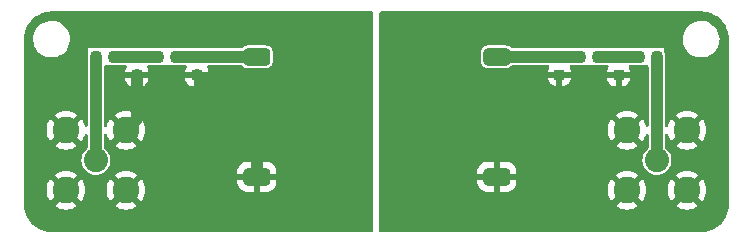
<source format=gbr>
%TF.GenerationSoftware,KiCad,Pcbnew,6.0.10*%
%TF.CreationDate,2023-05-25T16:41:47+02:00*%
%TF.ProjectId,saw_carrier,7361775f-6361-4727-9269-65722e6b6963,rev?*%
%TF.SameCoordinates,Original*%
%TF.FileFunction,Copper,L1,Top*%
%TF.FilePolarity,Positive*%
%FSLAX46Y46*%
G04 Gerber Fmt 4.6, Leading zero omitted, Abs format (unit mm)*
G04 Created by KiCad (PCBNEW 6.0.10) date 2023-05-25 16:41:47*
%MOMM*%
%LPD*%
G01*
G04 APERTURE LIST*
G04 Aperture macros list*
%AMRoundRect*
0 Rectangle with rounded corners*
0 $1 Rounding radius*
0 $2 $3 $4 $5 $6 $7 $8 $9 X,Y pos of 4 corners*
0 Add a 4 corners polygon primitive as box body*
4,1,4,$2,$3,$4,$5,$6,$7,$8,$9,$2,$3,0*
0 Add four circle primitives for the rounded corners*
1,1,$1+$1,$2,$3*
1,1,$1+$1,$4,$5*
1,1,$1+$1,$6,$7*
1,1,$1+$1,$8,$9*
0 Add four rect primitives between the rounded corners*
20,1,$1+$1,$2,$3,$4,$5,0*
20,1,$1+$1,$4,$5,$6,$7,0*
20,1,$1+$1,$6,$7,$8,$9,0*
20,1,$1+$1,$8,$9,$2,$3,0*%
G04 Aperture macros list end*
%TA.AperFunction,SMDPad,CuDef*%
%ADD10RoundRect,0.381000X-0.762000X-0.381000X0.762000X-0.381000X0.762000X0.381000X-0.762000X0.381000X0*%
%TD*%
%TA.AperFunction,SMDPad,CuDef*%
%ADD11RoundRect,0.225000X-0.225000X-0.250000X0.225000X-0.250000X0.225000X0.250000X-0.225000X0.250000X0*%
%TD*%
%TA.AperFunction,ComponentPad*%
%ADD12C,2.250000*%
%TD*%
%TA.AperFunction,ComponentPad*%
%ADD13C,2.050000*%
%TD*%
%TA.AperFunction,SMDPad,CuDef*%
%ADD14RoundRect,0.225000X0.250000X-0.225000X0.250000X0.225000X-0.250000X0.225000X-0.250000X-0.225000X0*%
%TD*%
%TA.AperFunction,ViaPad*%
%ADD15C,0.800000*%
%TD*%
%TA.AperFunction,Conductor*%
%ADD16C,1.000000*%
%TD*%
G04 APERTURE END LIST*
D10*
%TO.P,U1,1,IN*%
%TO.N,/IN_0*%
X111125000Y-102235000D03*
%TO.P,U1,2,GND1*%
%TO.N,GND1*%
X111125000Y-112395000D03*
%TO.P,U1,3,OUT*%
%TO.N,/OUT_0*%
X131445000Y-102235000D03*
%TO.P,U1,4,GND2*%
%TO.N,GND2*%
X131445000Y-112395000D03*
%TD*%
D11*
%TO.P,C3,1*%
%TO.N,/IN_1*%
X102730000Y-102250962D03*
%TO.P,C3,2*%
%TO.N,/IN_0*%
X104280000Y-102250962D03*
%TD*%
%TO.P,C11,2*%
%TO.N,/OUT_2*%
X145000000Y-102235000D03*
%TO.P,C11,1*%
%TO.N,/OUT_1*%
X143450000Y-102235000D03*
%TD*%
D12*
%TO.P,J2,2,Ext*%
%TO.N,GND2*%
X142460000Y-113540000D03*
X147540000Y-108460000D03*
X142460000Y-108460000D03*
X147540000Y-113540000D03*
D13*
%TO.P,J2,1,In*%
%TO.N,/OUT_2*%
X145000000Y-111000000D03*
%TD*%
D11*
%TO.P,C9,1*%
%TO.N,/OUT_0*%
X138500000Y-102250000D03*
%TO.P,C9,2*%
%TO.N,/OUT_1*%
X140050000Y-102250000D03*
%TD*%
%TO.P,C1,1*%
%TO.N,/IN_2*%
X97500000Y-102250000D03*
%TO.P,C1,2*%
%TO.N,/IN_1*%
X99050000Y-102250000D03*
%TD*%
D14*
%TO.P,C8,1*%
%TO.N,GND2*%
X136750000Y-103775000D03*
%TO.P,C8,2*%
%TO.N,/OUT_0*%
X136750000Y-102225000D03*
%TD*%
%TO.P,C4,2*%
%TO.N,/IN_0*%
X106045000Y-102235000D03*
%TO.P,C4,1*%
%TO.N,GND1*%
X106045000Y-103785000D03*
%TD*%
D13*
%TO.P,J1,1,In*%
%TO.N,/IN_2*%
X97500000Y-111000000D03*
D12*
%TO.P,J1,2,Ext*%
%TO.N,GND1*%
X100040000Y-113540000D03*
X100040000Y-108460000D03*
X94960000Y-108460000D03*
X94960000Y-113540000D03*
%TD*%
D14*
%TO.P,C2,1*%
%TO.N,GND1*%
X100965000Y-103785000D03*
%TO.P,C2,2*%
%TO.N,/IN_1*%
X100965000Y-102235000D03*
%TD*%
%TO.P,C10,2*%
%TO.N,/OUT_1*%
X141750000Y-102235000D03*
%TO.P,C10,1*%
%TO.N,GND2*%
X141750000Y-103785000D03*
%TD*%
D15*
%TO.N,GND2*%
X135500000Y-103750000D03*
X136750000Y-105000000D03*
X138000000Y-103750000D03*
X140500000Y-103750000D03*
X141750000Y-105000000D03*
X143000000Y-103750000D03*
%TD*%
D16*
%TO.N,GND1*%
X100965000Y-103785000D02*
X100965000Y-107535000D01*
X100965000Y-107535000D02*
X100040000Y-108460000D01*
X106045000Y-103785000D02*
X111125000Y-108865000D01*
X111125000Y-108865000D02*
X111125000Y-112395000D01*
%TO.N,/IN_0*%
X106045000Y-102235000D02*
X111125000Y-102235000D01*
X104280000Y-102250962D02*
X106029038Y-102250962D01*
X106029038Y-102250962D02*
X106045000Y-102235000D01*
%TO.N,/IN_1*%
X100965000Y-102235000D02*
X99065000Y-102235000D01*
X99065000Y-102235000D02*
X99050000Y-102250000D01*
X102730000Y-102250962D02*
X100980962Y-102250962D01*
X100980962Y-102250962D02*
X100965000Y-102235000D01*
%TO.N,/OUT_0*%
X136750000Y-102225000D02*
X131455000Y-102225000D01*
X131455000Y-102225000D02*
X131445000Y-102235000D01*
X138500000Y-102250000D02*
X136775000Y-102250000D01*
X136775000Y-102250000D02*
X136750000Y-102225000D01*
%TO.N,/OUT_1*%
X141750000Y-102235000D02*
X140065000Y-102235000D01*
X140065000Y-102235000D02*
X140050000Y-102250000D01*
X143450000Y-102235000D02*
X141750000Y-102235000D01*
%TO.N,/OUT_2*%
X145000000Y-111000000D02*
X145000000Y-102235000D01*
%TO.N,/IN_2*%
X97500000Y-110871000D02*
X97500000Y-102250000D01*
%TD*%
%TA.AperFunction,Conductor*%
%TO.N,GND1*%
G36*
X120942121Y-98420502D02*
G01*
X120988614Y-98474158D01*
X121000000Y-98526500D01*
X121000000Y-116973500D01*
X120979998Y-117041621D01*
X120926342Y-117088114D01*
X120874000Y-117099500D01*
X93791436Y-117099500D01*
X93771726Y-117097949D01*
X93759793Y-117096059D01*
X93750000Y-117094508D01*
X93740206Y-117096059D01*
X93738911Y-117096059D01*
X93713462Y-117097289D01*
X93474406Y-117082829D01*
X93459302Y-117080995D01*
X93195226Y-117032602D01*
X93180453Y-117028961D01*
X93164736Y-117024063D01*
X92924125Y-116949086D01*
X92909907Y-116943694D01*
X92665084Y-116833507D01*
X92651614Y-116826438D01*
X92421854Y-116687543D01*
X92409332Y-116678900D01*
X92197987Y-116513322D01*
X92186599Y-116503232D01*
X91996768Y-116313401D01*
X91986678Y-116302013D01*
X91821100Y-116090668D01*
X91812457Y-116078146D01*
X91673562Y-115848386D01*
X91666491Y-115834913D01*
X91556306Y-115590093D01*
X91550912Y-115575870D01*
X91471039Y-115319547D01*
X91467398Y-115304774D01*
X91419005Y-115040698D01*
X91417171Y-115025594D01*
X91407425Y-114864471D01*
X94000884Y-114864471D01*
X94004570Y-114869740D01*
X94212121Y-114996927D01*
X94220915Y-115001408D01*
X94449242Y-115095984D01*
X94458627Y-115099033D01*
X94698940Y-115156728D01*
X94708687Y-115158271D01*
X94955070Y-115177662D01*
X94964930Y-115177662D01*
X95211313Y-115158271D01*
X95221060Y-115156728D01*
X95461373Y-115099033D01*
X95470758Y-115095984D01*
X95699085Y-115001408D01*
X95707879Y-114996927D01*
X95913928Y-114870660D01*
X95917968Y-114864471D01*
X99080884Y-114864471D01*
X99084570Y-114869740D01*
X99292121Y-114996927D01*
X99300915Y-115001408D01*
X99529242Y-115095984D01*
X99538627Y-115099033D01*
X99778940Y-115156728D01*
X99788687Y-115158271D01*
X100035070Y-115177662D01*
X100044930Y-115177662D01*
X100291313Y-115158271D01*
X100301060Y-115156728D01*
X100541373Y-115099033D01*
X100550758Y-115095984D01*
X100779085Y-115001408D01*
X100787879Y-114996927D01*
X100993928Y-114870660D01*
X100999190Y-114862599D01*
X100993183Y-114852393D01*
X100052812Y-113912022D01*
X100038868Y-113904408D01*
X100037035Y-113904539D01*
X100030420Y-113908790D01*
X99088276Y-114850934D01*
X99080884Y-114864471D01*
X95917968Y-114864471D01*
X95919190Y-114862599D01*
X95913183Y-114852393D01*
X94972812Y-113912022D01*
X94958868Y-113904408D01*
X94957035Y-113904539D01*
X94950420Y-113908790D01*
X94008276Y-114850934D01*
X94000884Y-114864471D01*
X91407425Y-114864471D01*
X91402711Y-114786538D01*
X91403941Y-114761089D01*
X91403941Y-114759794D01*
X91405492Y-114750000D01*
X91402051Y-114728274D01*
X91400500Y-114708564D01*
X91400500Y-113544930D01*
X93322338Y-113544930D01*
X93341729Y-113791313D01*
X93343272Y-113801060D01*
X93400967Y-114041373D01*
X93404016Y-114050758D01*
X93498592Y-114279085D01*
X93503073Y-114287879D01*
X93629340Y-114493928D01*
X93637401Y-114499190D01*
X93647607Y-114493183D01*
X94587978Y-113552812D01*
X94594356Y-113541132D01*
X95324408Y-113541132D01*
X95324539Y-113542965D01*
X95328790Y-113549580D01*
X96270934Y-114491724D01*
X96284471Y-114499116D01*
X96289740Y-114495430D01*
X96416927Y-114287879D01*
X96421408Y-114279085D01*
X96515984Y-114050758D01*
X96519033Y-114041373D01*
X96576728Y-113801060D01*
X96578271Y-113791313D01*
X96597662Y-113544930D01*
X98402338Y-113544930D01*
X98421729Y-113791313D01*
X98423272Y-113801060D01*
X98480967Y-114041373D01*
X98484016Y-114050758D01*
X98578592Y-114279085D01*
X98583073Y-114287879D01*
X98709340Y-114493928D01*
X98717401Y-114499190D01*
X98727607Y-114493183D01*
X99667978Y-113552812D01*
X99674356Y-113541132D01*
X100404408Y-113541132D01*
X100404539Y-113542965D01*
X100408790Y-113549580D01*
X101350934Y-114491724D01*
X101364471Y-114499116D01*
X101369740Y-114495430D01*
X101496927Y-114287879D01*
X101501408Y-114279085D01*
X101595984Y-114050758D01*
X101599033Y-114041373D01*
X101656728Y-113801060D01*
X101658271Y-113791313D01*
X101677662Y-113544930D01*
X101677662Y-113535070D01*
X101658271Y-113288687D01*
X101656728Y-113278940D01*
X101599033Y-113038627D01*
X101595984Y-113029242D01*
X101515839Y-112835755D01*
X109474000Y-112835755D01*
X109474193Y-112840681D01*
X109479655Y-112910081D01*
X109481602Y-112921413D01*
X109526767Y-113089970D01*
X109531471Y-113102223D01*
X109610318Y-113256968D01*
X109617470Y-113267982D01*
X109726768Y-113402955D01*
X109736045Y-113412232D01*
X109871018Y-113521530D01*
X109882032Y-113528682D01*
X110036777Y-113607529D01*
X110049030Y-113612233D01*
X110217587Y-113657398D01*
X110228919Y-113659345D01*
X110298319Y-113664807D01*
X110303245Y-113665000D01*
X110852885Y-113665000D01*
X110868124Y-113660525D01*
X110869329Y-113659135D01*
X110871000Y-113651452D01*
X110871000Y-113646885D01*
X111379000Y-113646885D01*
X111383475Y-113662124D01*
X111384865Y-113663329D01*
X111392548Y-113665000D01*
X111946755Y-113665000D01*
X111951681Y-113664807D01*
X112021081Y-113659345D01*
X112032413Y-113657398D01*
X112200970Y-113612233D01*
X112213223Y-113607529D01*
X112367968Y-113528682D01*
X112378982Y-113521530D01*
X112513955Y-113412232D01*
X112523232Y-113402955D01*
X112632530Y-113267982D01*
X112639682Y-113256968D01*
X112718529Y-113102223D01*
X112723233Y-113089970D01*
X112768398Y-112921413D01*
X112770345Y-112910081D01*
X112775807Y-112840681D01*
X112776000Y-112835755D01*
X112776000Y-112667115D01*
X112771525Y-112651876D01*
X112770135Y-112650671D01*
X112762452Y-112649000D01*
X111397115Y-112649000D01*
X111381876Y-112653475D01*
X111380671Y-112654865D01*
X111379000Y-112662548D01*
X111379000Y-113646885D01*
X110871000Y-113646885D01*
X110871000Y-112667115D01*
X110866525Y-112651876D01*
X110865135Y-112650671D01*
X110857452Y-112649000D01*
X109492115Y-112649000D01*
X109476876Y-112653475D01*
X109475671Y-112654865D01*
X109474000Y-112662548D01*
X109474000Y-112835755D01*
X101515839Y-112835755D01*
X101501408Y-112800915D01*
X101496927Y-112792121D01*
X101370660Y-112586072D01*
X101362599Y-112580810D01*
X101352393Y-112586817D01*
X100412022Y-113527188D01*
X100404408Y-113541132D01*
X99674356Y-113541132D01*
X99675592Y-113538868D01*
X99675461Y-113537035D01*
X99671210Y-113530420D01*
X98729066Y-112588276D01*
X98715529Y-112580884D01*
X98710260Y-112584570D01*
X98583073Y-112792121D01*
X98578592Y-112800915D01*
X98484016Y-113029242D01*
X98480967Y-113038627D01*
X98423272Y-113278940D01*
X98421729Y-113288687D01*
X98402338Y-113535070D01*
X98402338Y-113544930D01*
X96597662Y-113544930D01*
X96597662Y-113535070D01*
X96578271Y-113288687D01*
X96576728Y-113278940D01*
X96519033Y-113038627D01*
X96515984Y-113029242D01*
X96421408Y-112800915D01*
X96416927Y-112792121D01*
X96290660Y-112586072D01*
X96282599Y-112580810D01*
X96272393Y-112586817D01*
X95332022Y-113527188D01*
X95324408Y-113541132D01*
X94594356Y-113541132D01*
X94595592Y-113538868D01*
X94595461Y-113537035D01*
X94591210Y-113530420D01*
X93649066Y-112588276D01*
X93635529Y-112580884D01*
X93630260Y-112584570D01*
X93503073Y-112792121D01*
X93498592Y-112800915D01*
X93404016Y-113029242D01*
X93400967Y-113038627D01*
X93343272Y-113278940D01*
X93341729Y-113288687D01*
X93322338Y-113535070D01*
X93322338Y-113544930D01*
X91400500Y-113544930D01*
X91400500Y-112217401D01*
X94000810Y-112217401D01*
X94006817Y-112227607D01*
X94947188Y-113167978D01*
X94961132Y-113175592D01*
X94962965Y-113175461D01*
X94969580Y-113171210D01*
X95911724Y-112229066D01*
X95919116Y-112215529D01*
X95915430Y-112210260D01*
X95707879Y-112083073D01*
X95699085Y-112078592D01*
X95470758Y-111984016D01*
X95461373Y-111980967D01*
X95221060Y-111923272D01*
X95211313Y-111921729D01*
X94964930Y-111902338D01*
X94955070Y-111902338D01*
X94708687Y-111921729D01*
X94698940Y-111923272D01*
X94458627Y-111980967D01*
X94449242Y-111984016D01*
X94220915Y-112078592D01*
X94212121Y-112083073D01*
X94006072Y-112209340D01*
X94000810Y-112217401D01*
X91400500Y-112217401D01*
X91400500Y-109784471D01*
X94000884Y-109784471D01*
X94004570Y-109789740D01*
X94212121Y-109916927D01*
X94220915Y-109921408D01*
X94449242Y-110015984D01*
X94458627Y-110019033D01*
X94698940Y-110076728D01*
X94708687Y-110078271D01*
X94955070Y-110097662D01*
X94964930Y-110097662D01*
X95211313Y-110078271D01*
X95221060Y-110076728D01*
X95461373Y-110019033D01*
X95470758Y-110015984D01*
X95699085Y-109921408D01*
X95707879Y-109916927D01*
X95913928Y-109790660D01*
X95919190Y-109782599D01*
X95913183Y-109772393D01*
X94972812Y-108832022D01*
X94958868Y-108824408D01*
X94957035Y-108824539D01*
X94950420Y-108828790D01*
X94008276Y-109770934D01*
X94000884Y-109784471D01*
X91400500Y-109784471D01*
X91400500Y-108464930D01*
X93322338Y-108464930D01*
X93341729Y-108711313D01*
X93343272Y-108721060D01*
X93400967Y-108961373D01*
X93404016Y-108970758D01*
X93498592Y-109199085D01*
X93503073Y-109207879D01*
X93629340Y-109413928D01*
X93637401Y-109419190D01*
X93647607Y-109413183D01*
X94587978Y-108472812D01*
X94594356Y-108461132D01*
X95324408Y-108461132D01*
X95324539Y-108462965D01*
X95328790Y-108469580D01*
X96270934Y-109411724D01*
X96284471Y-109419116D01*
X96289740Y-109415430D01*
X96416927Y-109207879D01*
X96421408Y-109199085D01*
X96515984Y-108970758D01*
X96519033Y-108961373D01*
X96550981Y-108828302D01*
X96586333Y-108766733D01*
X96649360Y-108734050D01*
X96720051Y-108740631D01*
X96775962Y-108784385D01*
X96799500Y-108857716D01*
X96799500Y-109928846D01*
X96779498Y-109996967D01*
X96745771Y-110032058D01*
X96709255Y-110057627D01*
X96557627Y-110209255D01*
X96434632Y-110384910D01*
X96432309Y-110389892D01*
X96432306Y-110389897D01*
X96346331Y-110574271D01*
X96344008Y-110579253D01*
X96288508Y-110786381D01*
X96269819Y-111000000D01*
X96288508Y-111213619D01*
X96325407Y-111351327D01*
X96334978Y-111387045D01*
X96344008Y-111420747D01*
X96346330Y-111425727D01*
X96346331Y-111425729D01*
X96432306Y-111610103D01*
X96432309Y-111610108D01*
X96434632Y-111615090D01*
X96437788Y-111619597D01*
X96437789Y-111619599D01*
X96494108Y-111700030D01*
X96557627Y-111790745D01*
X96709255Y-111942373D01*
X96713764Y-111945530D01*
X96713766Y-111945532D01*
X96768727Y-111984016D01*
X96884909Y-112065368D01*
X96889891Y-112067691D01*
X96889896Y-112067694D01*
X97074271Y-112153669D01*
X97079253Y-112155992D01*
X97084561Y-112157414D01*
X97084563Y-112157415D01*
X97148673Y-112174593D01*
X97286381Y-112211492D01*
X97500000Y-112230181D01*
X97646078Y-112217401D01*
X99080810Y-112217401D01*
X99086817Y-112227607D01*
X100027188Y-113167978D01*
X100041132Y-113175592D01*
X100042965Y-113175461D01*
X100049580Y-113171210D01*
X100991724Y-112229066D01*
X100999116Y-112215529D01*
X100995430Y-112210260D01*
X100852846Y-112122885D01*
X109474000Y-112122885D01*
X109478475Y-112138124D01*
X109479865Y-112139329D01*
X109487548Y-112141000D01*
X110852885Y-112141000D01*
X110868124Y-112136525D01*
X110869329Y-112135135D01*
X110871000Y-112127452D01*
X110871000Y-112122885D01*
X111379000Y-112122885D01*
X111383475Y-112138124D01*
X111384865Y-112139329D01*
X111392548Y-112141000D01*
X112757885Y-112141000D01*
X112773124Y-112136525D01*
X112774329Y-112135135D01*
X112776000Y-112127452D01*
X112776000Y-111954246D01*
X112775807Y-111949319D01*
X112770345Y-111879919D01*
X112768398Y-111868587D01*
X112723233Y-111700030D01*
X112718529Y-111687777D01*
X112639682Y-111533032D01*
X112632530Y-111522018D01*
X112523232Y-111387045D01*
X112513955Y-111377768D01*
X112378982Y-111268470D01*
X112367968Y-111261318D01*
X112213223Y-111182471D01*
X112200970Y-111177767D01*
X112032413Y-111132602D01*
X112021081Y-111130655D01*
X111951681Y-111125193D01*
X111946754Y-111125000D01*
X111397115Y-111125000D01*
X111381876Y-111129475D01*
X111380671Y-111130865D01*
X111379000Y-111138548D01*
X111379000Y-112122885D01*
X110871000Y-112122885D01*
X110871000Y-111143115D01*
X110866525Y-111127876D01*
X110865135Y-111126671D01*
X110857452Y-111125000D01*
X110303246Y-111125000D01*
X110298319Y-111125193D01*
X110228919Y-111130655D01*
X110217587Y-111132602D01*
X110049030Y-111177767D01*
X110036777Y-111182471D01*
X109882032Y-111261318D01*
X109871018Y-111268470D01*
X109736045Y-111377768D01*
X109726768Y-111387045D01*
X109617470Y-111522018D01*
X109610318Y-111533032D01*
X109531471Y-111687777D01*
X109526767Y-111700030D01*
X109481602Y-111868587D01*
X109479655Y-111879919D01*
X109474193Y-111949319D01*
X109474000Y-111954246D01*
X109474000Y-112122885D01*
X100852846Y-112122885D01*
X100787879Y-112083073D01*
X100779085Y-112078592D01*
X100550758Y-111984016D01*
X100541373Y-111980967D01*
X100301060Y-111923272D01*
X100291313Y-111921729D01*
X100044930Y-111902338D01*
X100035070Y-111902338D01*
X99788687Y-111921729D01*
X99778940Y-111923272D01*
X99538627Y-111980967D01*
X99529242Y-111984016D01*
X99300915Y-112078592D01*
X99292121Y-112083073D01*
X99086072Y-112209340D01*
X99080810Y-112217401D01*
X97646078Y-112217401D01*
X97713619Y-112211492D01*
X97851327Y-112174593D01*
X97915437Y-112157415D01*
X97915439Y-112157414D01*
X97920747Y-112155992D01*
X97925729Y-112153669D01*
X98110104Y-112067694D01*
X98110109Y-112067691D01*
X98115091Y-112065368D01*
X98231273Y-111984016D01*
X98286234Y-111945532D01*
X98286236Y-111945530D01*
X98290745Y-111942373D01*
X98442373Y-111790745D01*
X98505893Y-111700030D01*
X98562211Y-111619599D01*
X98562212Y-111619597D01*
X98565368Y-111615090D01*
X98567691Y-111610108D01*
X98567694Y-111610103D01*
X98653669Y-111425729D01*
X98653670Y-111425727D01*
X98655992Y-111420747D01*
X98665023Y-111387045D01*
X98674593Y-111351327D01*
X98711492Y-111213619D01*
X98730181Y-111000000D01*
X98711492Y-110786381D01*
X98655992Y-110579253D01*
X98653669Y-110574271D01*
X98567694Y-110389897D01*
X98567691Y-110389892D01*
X98565368Y-110384910D01*
X98442373Y-110209255D01*
X98290745Y-110057627D01*
X98254229Y-110032058D01*
X98209901Y-109976601D01*
X98200500Y-109928845D01*
X98200500Y-109784471D01*
X99080884Y-109784471D01*
X99084570Y-109789740D01*
X99292121Y-109916927D01*
X99300915Y-109921408D01*
X99529242Y-110015984D01*
X99538627Y-110019033D01*
X99778940Y-110076728D01*
X99788687Y-110078271D01*
X100035070Y-110097662D01*
X100044930Y-110097662D01*
X100291313Y-110078271D01*
X100301060Y-110076728D01*
X100541373Y-110019033D01*
X100550758Y-110015984D01*
X100779085Y-109921408D01*
X100787879Y-109916927D01*
X100993928Y-109790660D01*
X100999190Y-109782599D01*
X100993183Y-109772393D01*
X100052812Y-108832022D01*
X100038868Y-108824408D01*
X100037035Y-108824539D01*
X100030420Y-108828790D01*
X99088276Y-109770934D01*
X99080884Y-109784471D01*
X98200500Y-109784471D01*
X98200500Y-108857716D01*
X98220502Y-108789595D01*
X98274158Y-108743102D01*
X98344432Y-108732998D01*
X98409012Y-108762492D01*
X98449019Y-108828302D01*
X98480967Y-108961373D01*
X98484016Y-108970758D01*
X98578592Y-109199085D01*
X98583073Y-109207879D01*
X98709340Y-109413928D01*
X98717401Y-109419190D01*
X98727607Y-109413183D01*
X99667978Y-108472812D01*
X99674356Y-108461132D01*
X100404408Y-108461132D01*
X100404539Y-108462965D01*
X100408790Y-108469580D01*
X101350934Y-109411724D01*
X101364471Y-109419116D01*
X101369740Y-109415430D01*
X101496927Y-109207879D01*
X101501408Y-109199085D01*
X101595984Y-108970758D01*
X101599033Y-108961373D01*
X101656728Y-108721060D01*
X101658271Y-108711313D01*
X101677662Y-108464930D01*
X101677662Y-108455070D01*
X101658271Y-108208687D01*
X101656728Y-108198940D01*
X101599033Y-107958627D01*
X101595984Y-107949242D01*
X101501408Y-107720915D01*
X101496927Y-107712121D01*
X101370660Y-107506072D01*
X101362599Y-107500810D01*
X101352393Y-107506817D01*
X100412022Y-108447188D01*
X100404408Y-108461132D01*
X99674356Y-108461132D01*
X99675592Y-108458868D01*
X99675461Y-108457035D01*
X99671210Y-108450420D01*
X98729066Y-107508276D01*
X98715529Y-107500884D01*
X98710260Y-107504570D01*
X98583073Y-107712121D01*
X98578592Y-107720915D01*
X98484016Y-107949242D01*
X98480967Y-107958627D01*
X98449019Y-108091698D01*
X98413667Y-108153267D01*
X98350640Y-108185950D01*
X98279949Y-108179369D01*
X98224038Y-108135615D01*
X98200500Y-108062284D01*
X98200500Y-107137401D01*
X99080810Y-107137401D01*
X99086817Y-107147607D01*
X100027188Y-108087978D01*
X100041132Y-108095592D01*
X100042965Y-108095461D01*
X100049580Y-108091210D01*
X100991724Y-107149066D01*
X100999116Y-107135529D01*
X100995430Y-107130260D01*
X100787879Y-107003073D01*
X100779085Y-106998592D01*
X100550758Y-106904016D01*
X100541373Y-106900967D01*
X100301060Y-106843272D01*
X100291313Y-106841729D01*
X100044930Y-106822338D01*
X100035070Y-106822338D01*
X99788687Y-106841729D01*
X99778940Y-106843272D01*
X99538627Y-106900967D01*
X99529242Y-106904016D01*
X99300915Y-106998592D01*
X99292121Y-107003073D01*
X99086072Y-107129340D01*
X99080810Y-107137401D01*
X98200500Y-107137401D01*
X98200500Y-104055438D01*
X99982000Y-104055438D01*
X99982337Y-104061953D01*
X99991894Y-104154057D01*
X99994788Y-104167456D01*
X100044381Y-104316107D01*
X100050555Y-104329286D01*
X100132788Y-104462173D01*
X100141824Y-104473574D01*
X100252429Y-104583986D01*
X100263840Y-104592998D01*
X100396880Y-104675004D01*
X100410061Y-104681151D01*
X100558814Y-104730491D01*
X100572190Y-104733358D01*
X100663097Y-104742672D01*
X100669513Y-104743000D01*
X100692885Y-104743000D01*
X100708124Y-104738525D01*
X100709329Y-104737135D01*
X100711000Y-104729452D01*
X100711000Y-104724885D01*
X101219000Y-104724885D01*
X101223475Y-104740124D01*
X101224865Y-104741329D01*
X101232548Y-104743000D01*
X101260438Y-104743000D01*
X101266953Y-104742663D01*
X101359057Y-104733106D01*
X101372456Y-104730212D01*
X101521107Y-104680619D01*
X101534286Y-104674445D01*
X101667173Y-104592212D01*
X101678574Y-104583176D01*
X101788986Y-104472571D01*
X101797998Y-104461160D01*
X101880004Y-104328120D01*
X101886151Y-104314939D01*
X101935491Y-104166186D01*
X101938358Y-104152810D01*
X101947672Y-104061903D01*
X101947929Y-104056874D01*
X101947507Y-104055438D01*
X105062000Y-104055438D01*
X105062337Y-104061953D01*
X105071894Y-104154057D01*
X105074788Y-104167456D01*
X105124381Y-104316107D01*
X105130555Y-104329286D01*
X105212788Y-104462173D01*
X105221824Y-104473574D01*
X105332429Y-104583986D01*
X105343840Y-104592998D01*
X105476880Y-104675004D01*
X105490061Y-104681151D01*
X105638814Y-104730491D01*
X105652190Y-104733358D01*
X105743097Y-104742672D01*
X105749513Y-104743000D01*
X105772885Y-104743000D01*
X105788124Y-104738525D01*
X105789329Y-104737135D01*
X105791000Y-104729452D01*
X105791000Y-104724885D01*
X106299000Y-104724885D01*
X106303475Y-104740124D01*
X106304865Y-104741329D01*
X106312548Y-104743000D01*
X106340438Y-104743000D01*
X106346953Y-104742663D01*
X106439057Y-104733106D01*
X106452456Y-104730212D01*
X106601107Y-104680619D01*
X106614286Y-104674445D01*
X106747173Y-104592212D01*
X106758574Y-104583176D01*
X106868986Y-104472571D01*
X106877998Y-104461160D01*
X106960004Y-104328120D01*
X106966151Y-104314939D01*
X107015491Y-104166186D01*
X107018358Y-104152810D01*
X107027672Y-104061903D01*
X107027929Y-104056874D01*
X107023525Y-104041876D01*
X107022135Y-104040671D01*
X107014452Y-104039000D01*
X106317115Y-104039000D01*
X106301876Y-104043475D01*
X106300671Y-104044865D01*
X106299000Y-104052548D01*
X106299000Y-104724885D01*
X105791000Y-104724885D01*
X105791000Y-104057115D01*
X105786525Y-104041876D01*
X105785135Y-104040671D01*
X105777452Y-104039000D01*
X105080115Y-104039000D01*
X105064876Y-104043475D01*
X105063671Y-104044865D01*
X105062000Y-104052548D01*
X105062000Y-104055438D01*
X101947507Y-104055438D01*
X101943525Y-104041876D01*
X101942135Y-104040671D01*
X101934452Y-104039000D01*
X101237115Y-104039000D01*
X101221876Y-104043475D01*
X101220671Y-104044865D01*
X101219000Y-104052548D01*
X101219000Y-104724885D01*
X100711000Y-104724885D01*
X100711000Y-104057115D01*
X100706525Y-104041876D01*
X100705135Y-104040671D01*
X100697452Y-104039000D01*
X100000115Y-104039000D01*
X99984876Y-104043475D01*
X99983671Y-104044865D01*
X99982000Y-104052548D01*
X99982000Y-104055438D01*
X98200500Y-104055438D01*
X98200500Y-103069000D01*
X98220502Y-103000879D01*
X98274158Y-102954386D01*
X98326500Y-102943000D01*
X98911347Y-102943000D01*
X98919917Y-102943292D01*
X99079354Y-102954162D01*
X99079358Y-102954162D01*
X99086930Y-102954678D01*
X99094407Y-102953373D01*
X99094408Y-102953373D01*
X99143091Y-102944876D01*
X99164755Y-102943000D01*
X100008545Y-102943000D01*
X100076666Y-102963002D01*
X100123159Y-103016658D01*
X100133263Y-103086932D01*
X100115805Y-103135115D01*
X100049998Y-103241875D01*
X100043849Y-103255061D01*
X99994509Y-103403814D01*
X99991642Y-103417190D01*
X99982328Y-103508097D01*
X99982071Y-103513126D01*
X99986475Y-103528124D01*
X99987865Y-103529329D01*
X99995548Y-103531000D01*
X101929885Y-103531000D01*
X101945124Y-103526525D01*
X101946329Y-103525135D01*
X101948000Y-103517452D01*
X101948000Y-103514562D01*
X101947663Y-103508047D01*
X101938106Y-103415943D01*
X101935212Y-103402544D01*
X101885619Y-103253893D01*
X101879445Y-103240715D01*
X101819451Y-103143765D01*
X101800613Y-103075313D01*
X101821774Y-103007543D01*
X101876215Y-102961972D01*
X101926595Y-102951462D01*
X102772516Y-102951462D01*
X102834898Y-102943913D01*
X102850034Y-102943000D01*
X104161291Y-102943000D01*
X104177738Y-102944078D01*
X104233826Y-102951462D01*
X105083329Y-102951462D01*
X105151450Y-102971464D01*
X105197943Y-103025120D01*
X105208047Y-103095394D01*
X105190589Y-103143577D01*
X105129998Y-103241875D01*
X105123849Y-103255061D01*
X105074509Y-103403814D01*
X105071642Y-103417190D01*
X105062328Y-103508097D01*
X105062071Y-103513126D01*
X105066475Y-103528124D01*
X105067865Y-103529329D01*
X105075548Y-103531000D01*
X107009885Y-103531000D01*
X107025124Y-103526525D01*
X107026329Y-103525135D01*
X107028000Y-103517452D01*
X107028000Y-103514562D01*
X107027663Y-103508047D01*
X107018106Y-103415943D01*
X107015212Y-103402544D01*
X106965619Y-103253893D01*
X106959445Y-103240714D01*
X106894215Y-103135303D01*
X106875377Y-103066851D01*
X106896538Y-102999081D01*
X106950979Y-102953510D01*
X107001359Y-102943000D01*
X109818814Y-102943000D01*
X109886935Y-102963002D01*
X109918777Y-102992296D01*
X109948269Y-103030731D01*
X110069741Y-103123939D01*
X110077367Y-103127098D01*
X110077369Y-103127099D01*
X110161191Y-103161819D01*
X110211198Y-103182533D01*
X110219382Y-103183610D01*
X110219384Y-103183611D01*
X110320797Y-103196962D01*
X110324884Y-103197500D01*
X111925116Y-103197500D01*
X111929203Y-103196962D01*
X112030616Y-103183611D01*
X112030618Y-103183610D01*
X112038802Y-103182533D01*
X112088809Y-103161819D01*
X112172631Y-103127099D01*
X112172633Y-103127098D01*
X112180259Y-103123939D01*
X112301731Y-103030731D01*
X112394939Y-102909259D01*
X112453533Y-102767802D01*
X112468500Y-102654116D01*
X112468500Y-101815884D01*
X112453533Y-101702198D01*
X112394939Y-101560741D01*
X112301731Y-101439269D01*
X112180259Y-101346061D01*
X112172633Y-101342902D01*
X112172631Y-101342901D01*
X112046428Y-101290626D01*
X112046429Y-101290626D01*
X112038802Y-101287467D01*
X112030618Y-101286390D01*
X112030616Y-101286389D01*
X111929203Y-101273038D01*
X111929202Y-101273038D01*
X111925116Y-101272500D01*
X110324884Y-101272500D01*
X110320798Y-101273038D01*
X110320797Y-101273038D01*
X110219384Y-101286389D01*
X110219382Y-101286390D01*
X110211198Y-101287467D01*
X110203571Y-101290626D01*
X110203572Y-101290626D01*
X110077369Y-101342901D01*
X110077367Y-101342902D01*
X110069741Y-101346061D01*
X109948269Y-101439269D01*
X109943247Y-101445814D01*
X109943246Y-101445815D01*
X109918777Y-101477704D01*
X109861439Y-101519571D01*
X109818814Y-101527000D01*
X96805000Y-101527000D01*
X96805000Y-102153790D01*
X96803922Y-102170236D01*
X96803237Y-102175443D01*
X96799500Y-102203826D01*
X96799500Y-108062284D01*
X96779498Y-108130405D01*
X96725842Y-108176898D01*
X96655568Y-108187002D01*
X96590988Y-108157508D01*
X96550981Y-108091698D01*
X96519033Y-107958627D01*
X96515984Y-107949242D01*
X96421408Y-107720915D01*
X96416927Y-107712121D01*
X96290660Y-107506072D01*
X96282599Y-107500810D01*
X96272393Y-107506817D01*
X95332022Y-108447188D01*
X95324408Y-108461132D01*
X94594356Y-108461132D01*
X94595592Y-108458868D01*
X94595461Y-108457035D01*
X94591210Y-108450420D01*
X93649066Y-107508276D01*
X93635529Y-107500884D01*
X93630260Y-107504570D01*
X93503073Y-107712121D01*
X93498592Y-107720915D01*
X93404016Y-107949242D01*
X93400967Y-107958627D01*
X93343272Y-108198940D01*
X93341729Y-108208687D01*
X93322338Y-108455070D01*
X93322338Y-108464930D01*
X91400500Y-108464930D01*
X91400500Y-107137401D01*
X94000810Y-107137401D01*
X94006817Y-107147607D01*
X94947188Y-108087978D01*
X94961132Y-108095592D01*
X94962965Y-108095461D01*
X94969580Y-108091210D01*
X95911724Y-107149066D01*
X95919116Y-107135529D01*
X95915430Y-107130260D01*
X95707879Y-107003073D01*
X95699085Y-106998592D01*
X95470758Y-106904016D01*
X95461373Y-106900967D01*
X95221060Y-106843272D01*
X95211313Y-106841729D01*
X94964930Y-106822338D01*
X94955070Y-106822338D01*
X94708687Y-106841729D01*
X94698940Y-106843272D01*
X94458627Y-106900967D01*
X94449242Y-106904016D01*
X94220915Y-106998592D01*
X94212121Y-107003073D01*
X94006072Y-107129340D01*
X94000810Y-107137401D01*
X91400500Y-107137401D01*
X91400500Y-100804288D01*
X92195404Y-100804288D01*
X92224081Y-101052140D01*
X92292017Y-101292219D01*
X92294154Y-101296801D01*
X92378510Y-101477704D01*
X92397462Y-101518348D01*
X92537706Y-101724710D01*
X92709138Y-101905994D01*
X92907349Y-102057538D01*
X93127239Y-102175443D01*
X93363152Y-102256674D01*
X93491099Y-102278774D01*
X93605107Y-102298467D01*
X93605113Y-102298468D01*
X93609017Y-102299142D01*
X93612978Y-102299322D01*
X93612979Y-102299322D01*
X93637503Y-102300436D01*
X93637522Y-102300436D01*
X93638922Y-102300500D01*
X93812691Y-102300500D01*
X93815199Y-102300298D01*
X93815204Y-102300298D01*
X93993661Y-102285940D01*
X93993666Y-102285939D01*
X93998702Y-102285534D01*
X94003610Y-102284329D01*
X94003613Y-102284328D01*
X94236092Y-102227225D01*
X94241006Y-102226018D01*
X94245658Y-102224043D01*
X94245662Y-102224042D01*
X94466022Y-102130505D01*
X94466023Y-102130505D01*
X94470677Y-102128529D01*
X94681808Y-101995573D01*
X94779923Y-101909073D01*
X94865168Y-101833920D01*
X94865171Y-101833917D01*
X94868965Y-101830572D01*
X95027334Y-101637770D01*
X95152840Y-101422128D01*
X95242255Y-101189195D01*
X95293278Y-100944961D01*
X95304596Y-100695712D01*
X95275919Y-100447860D01*
X95207983Y-100207781D01*
X95102538Y-99981652D01*
X94962294Y-99775290D01*
X94790862Y-99594006D01*
X94592651Y-99442462D01*
X94372761Y-99324557D01*
X94136848Y-99243326D01*
X94008901Y-99221226D01*
X93894893Y-99201533D01*
X93894887Y-99201532D01*
X93890983Y-99200858D01*
X93887022Y-99200678D01*
X93887021Y-99200678D01*
X93862497Y-99199564D01*
X93862478Y-99199564D01*
X93861078Y-99199500D01*
X93687309Y-99199500D01*
X93684801Y-99199702D01*
X93684796Y-99199702D01*
X93506339Y-99214060D01*
X93506334Y-99214061D01*
X93501298Y-99214466D01*
X93496390Y-99215671D01*
X93496387Y-99215672D01*
X93266392Y-99272165D01*
X93258994Y-99273982D01*
X93254342Y-99275957D01*
X93254338Y-99275958D01*
X93033978Y-99369495D01*
X93029323Y-99371471D01*
X92818192Y-99504427D01*
X92814398Y-99507772D01*
X92634832Y-99666080D01*
X92634829Y-99666083D01*
X92631035Y-99669428D01*
X92472666Y-99862230D01*
X92347160Y-100077872D01*
X92257745Y-100310805D01*
X92206722Y-100555039D01*
X92195404Y-100804288D01*
X91400500Y-100804288D01*
X91400500Y-100791436D01*
X91402051Y-100771726D01*
X91403941Y-100759793D01*
X91405492Y-100750000D01*
X91403941Y-100740206D01*
X91403941Y-100738911D01*
X91402711Y-100713462D01*
X91417171Y-100474406D01*
X91419005Y-100459302D01*
X91467398Y-100195226D01*
X91471039Y-100180453D01*
X91550912Y-99924130D01*
X91556308Y-99909903D01*
X91615007Y-99779481D01*
X91666493Y-99665084D01*
X91673562Y-99651614D01*
X91812457Y-99421854D01*
X91821100Y-99409332D01*
X91986678Y-99197987D01*
X91996768Y-99186599D01*
X92186599Y-98996768D01*
X92197987Y-98986678D01*
X92409332Y-98821100D01*
X92421854Y-98812457D01*
X92651614Y-98673562D01*
X92665084Y-98666493D01*
X92909907Y-98556306D01*
X92924125Y-98550914D01*
X93180453Y-98471039D01*
X93195226Y-98467398D01*
X93459302Y-98419005D01*
X93474406Y-98417171D01*
X93713462Y-98402711D01*
X93738911Y-98403941D01*
X93740206Y-98403941D01*
X93750000Y-98405492D01*
X93771726Y-98402051D01*
X93791436Y-98400500D01*
X120874000Y-98400500D01*
X120942121Y-98420502D01*
G37*
%TD.AperFunction*%
%TD*%
%TA.AperFunction,Conductor*%
%TO.N,GND2*%
G36*
X148728274Y-98402051D02*
G01*
X148750000Y-98405492D01*
X148759794Y-98403941D01*
X148761089Y-98403941D01*
X148786538Y-98402711D01*
X149025594Y-98417171D01*
X149040698Y-98419005D01*
X149304774Y-98467398D01*
X149319547Y-98471039D01*
X149575875Y-98550914D01*
X149590093Y-98556306D01*
X149834916Y-98666493D01*
X149848386Y-98673562D01*
X150078146Y-98812457D01*
X150090668Y-98821100D01*
X150302013Y-98986678D01*
X150313401Y-98996768D01*
X150503232Y-99186599D01*
X150513322Y-99197987D01*
X150678900Y-99409332D01*
X150687543Y-99421854D01*
X150826438Y-99651614D01*
X150833507Y-99665084D01*
X150884994Y-99779481D01*
X150943692Y-99909903D01*
X150949088Y-99924130D01*
X151028961Y-100180453D01*
X151032602Y-100195226D01*
X151080995Y-100459302D01*
X151082829Y-100474406D01*
X151097289Y-100713462D01*
X151096059Y-100738911D01*
X151096059Y-100740206D01*
X151094508Y-100750000D01*
X151096059Y-100759793D01*
X151097949Y-100771726D01*
X151099500Y-100791436D01*
X151099500Y-114708564D01*
X151097949Y-114728274D01*
X151094508Y-114750000D01*
X151096059Y-114759794D01*
X151096059Y-114761089D01*
X151097289Y-114786538D01*
X151082829Y-115025594D01*
X151080995Y-115040698D01*
X151032602Y-115304774D01*
X151028961Y-115319547D01*
X150949088Y-115575870D01*
X150943694Y-115590093D01*
X150833509Y-115834913D01*
X150826438Y-115848386D01*
X150687543Y-116078146D01*
X150678900Y-116090668D01*
X150513322Y-116302013D01*
X150503232Y-116313401D01*
X150313401Y-116503232D01*
X150302013Y-116513322D01*
X150090668Y-116678900D01*
X150078146Y-116687543D01*
X149848386Y-116826438D01*
X149834916Y-116833507D01*
X149590093Y-116943694D01*
X149575875Y-116949086D01*
X149335264Y-117024063D01*
X149319547Y-117028961D01*
X149304774Y-117032602D01*
X149040698Y-117080995D01*
X149025594Y-117082829D01*
X148786538Y-117097289D01*
X148761089Y-117096059D01*
X148759794Y-117096059D01*
X148750000Y-117094508D01*
X148740207Y-117096059D01*
X148728274Y-117097949D01*
X148708564Y-117099500D01*
X121626000Y-117099500D01*
X121557879Y-117079498D01*
X121511386Y-117025842D01*
X121500000Y-116973500D01*
X121500000Y-114864471D01*
X141500884Y-114864471D01*
X141504570Y-114869740D01*
X141712121Y-114996927D01*
X141720915Y-115001408D01*
X141949242Y-115095984D01*
X141958627Y-115099033D01*
X142198940Y-115156728D01*
X142208687Y-115158271D01*
X142455070Y-115177662D01*
X142464930Y-115177662D01*
X142711313Y-115158271D01*
X142721060Y-115156728D01*
X142961373Y-115099033D01*
X142970758Y-115095984D01*
X143199085Y-115001408D01*
X143207879Y-114996927D01*
X143413928Y-114870660D01*
X143417968Y-114864471D01*
X146580884Y-114864471D01*
X146584570Y-114869740D01*
X146792121Y-114996927D01*
X146800915Y-115001408D01*
X147029242Y-115095984D01*
X147038627Y-115099033D01*
X147278940Y-115156728D01*
X147288687Y-115158271D01*
X147535070Y-115177662D01*
X147544930Y-115177662D01*
X147791313Y-115158271D01*
X147801060Y-115156728D01*
X148041373Y-115099033D01*
X148050758Y-115095984D01*
X148279085Y-115001408D01*
X148287879Y-114996927D01*
X148493928Y-114870660D01*
X148499190Y-114862599D01*
X148493183Y-114852393D01*
X147552812Y-113912022D01*
X147538868Y-113904408D01*
X147537035Y-113904539D01*
X147530420Y-113908790D01*
X146588276Y-114850934D01*
X146580884Y-114864471D01*
X143417968Y-114864471D01*
X143419190Y-114862599D01*
X143413183Y-114852393D01*
X142472812Y-113912022D01*
X142458868Y-113904408D01*
X142457035Y-113904539D01*
X142450420Y-113908790D01*
X141508276Y-114850934D01*
X141500884Y-114864471D01*
X121500000Y-114864471D01*
X121500000Y-112835755D01*
X129794000Y-112835755D01*
X129794193Y-112840681D01*
X129799655Y-112910081D01*
X129801602Y-112921413D01*
X129846767Y-113089970D01*
X129851471Y-113102223D01*
X129930318Y-113256968D01*
X129937470Y-113267982D01*
X130046768Y-113402955D01*
X130056045Y-113412232D01*
X130191018Y-113521530D01*
X130202032Y-113528682D01*
X130356777Y-113607529D01*
X130369030Y-113612233D01*
X130537587Y-113657398D01*
X130548919Y-113659345D01*
X130618319Y-113664807D01*
X130623245Y-113665000D01*
X131172885Y-113665000D01*
X131188124Y-113660525D01*
X131189329Y-113659135D01*
X131191000Y-113651452D01*
X131191000Y-113646885D01*
X131699000Y-113646885D01*
X131703475Y-113662124D01*
X131704865Y-113663329D01*
X131712548Y-113665000D01*
X132266755Y-113665000D01*
X132271681Y-113664807D01*
X132341081Y-113659345D01*
X132352413Y-113657398D01*
X132520970Y-113612233D01*
X132533223Y-113607529D01*
X132656080Y-113544930D01*
X140822338Y-113544930D01*
X140841729Y-113791313D01*
X140843272Y-113801060D01*
X140900967Y-114041373D01*
X140904016Y-114050758D01*
X140998592Y-114279085D01*
X141003073Y-114287879D01*
X141129340Y-114493928D01*
X141137401Y-114499190D01*
X141147607Y-114493183D01*
X142087978Y-113552812D01*
X142094356Y-113541132D01*
X142824408Y-113541132D01*
X142824539Y-113542965D01*
X142828790Y-113549580D01*
X143770934Y-114491724D01*
X143784471Y-114499116D01*
X143789740Y-114495430D01*
X143916927Y-114287879D01*
X143921408Y-114279085D01*
X144015984Y-114050758D01*
X144019033Y-114041373D01*
X144076728Y-113801060D01*
X144078271Y-113791313D01*
X144097662Y-113544930D01*
X145902338Y-113544930D01*
X145921729Y-113791313D01*
X145923272Y-113801060D01*
X145980967Y-114041373D01*
X145984016Y-114050758D01*
X146078592Y-114279085D01*
X146083073Y-114287879D01*
X146209340Y-114493928D01*
X146217401Y-114499190D01*
X146227607Y-114493183D01*
X147167978Y-113552812D01*
X147174356Y-113541132D01*
X147904408Y-113541132D01*
X147904539Y-113542965D01*
X147908790Y-113549580D01*
X148850934Y-114491724D01*
X148864471Y-114499116D01*
X148869740Y-114495430D01*
X148996927Y-114287879D01*
X149001408Y-114279085D01*
X149095984Y-114050758D01*
X149099033Y-114041373D01*
X149156728Y-113801060D01*
X149158271Y-113791313D01*
X149177662Y-113544930D01*
X149177662Y-113535070D01*
X149158271Y-113288687D01*
X149156728Y-113278940D01*
X149099033Y-113038627D01*
X149095984Y-113029242D01*
X149001408Y-112800915D01*
X148996927Y-112792121D01*
X148870660Y-112586072D01*
X148862599Y-112580810D01*
X148852393Y-112586817D01*
X147912022Y-113527188D01*
X147904408Y-113541132D01*
X147174356Y-113541132D01*
X147175592Y-113538868D01*
X147175461Y-113537035D01*
X147171210Y-113530420D01*
X146229066Y-112588276D01*
X146215529Y-112580884D01*
X146210260Y-112584570D01*
X146083073Y-112792121D01*
X146078592Y-112800915D01*
X145984016Y-113029242D01*
X145980967Y-113038627D01*
X145923272Y-113278940D01*
X145921729Y-113288687D01*
X145902338Y-113535070D01*
X145902338Y-113544930D01*
X144097662Y-113544930D01*
X144097662Y-113535070D01*
X144078271Y-113288687D01*
X144076728Y-113278940D01*
X144019033Y-113038627D01*
X144015984Y-113029242D01*
X143921408Y-112800915D01*
X143916927Y-112792121D01*
X143790660Y-112586072D01*
X143782599Y-112580810D01*
X143772393Y-112586817D01*
X142832022Y-113527188D01*
X142824408Y-113541132D01*
X142094356Y-113541132D01*
X142095592Y-113538868D01*
X142095461Y-113537035D01*
X142091210Y-113530420D01*
X141149066Y-112588276D01*
X141135529Y-112580884D01*
X141130260Y-112584570D01*
X141003073Y-112792121D01*
X140998592Y-112800915D01*
X140904016Y-113029242D01*
X140900967Y-113038627D01*
X140843272Y-113278940D01*
X140841729Y-113288687D01*
X140822338Y-113535070D01*
X140822338Y-113544930D01*
X132656080Y-113544930D01*
X132687968Y-113528682D01*
X132698982Y-113521530D01*
X132833955Y-113412232D01*
X132843232Y-113402955D01*
X132952530Y-113267982D01*
X132959682Y-113256968D01*
X133038529Y-113102223D01*
X133043233Y-113089970D01*
X133088398Y-112921413D01*
X133090345Y-112910081D01*
X133095807Y-112840681D01*
X133096000Y-112835755D01*
X133096000Y-112667115D01*
X133091525Y-112651876D01*
X133090135Y-112650671D01*
X133082452Y-112649000D01*
X131717115Y-112649000D01*
X131701876Y-112653475D01*
X131700671Y-112654865D01*
X131699000Y-112662548D01*
X131699000Y-113646885D01*
X131191000Y-113646885D01*
X131191000Y-112667115D01*
X131186525Y-112651876D01*
X131185135Y-112650671D01*
X131177452Y-112649000D01*
X129812115Y-112649000D01*
X129796876Y-112653475D01*
X129795671Y-112654865D01*
X129794000Y-112662548D01*
X129794000Y-112835755D01*
X121500000Y-112835755D01*
X121500000Y-112217401D01*
X141500810Y-112217401D01*
X141506817Y-112227607D01*
X142447188Y-113167978D01*
X142461132Y-113175592D01*
X142462965Y-113175461D01*
X142469580Y-113171210D01*
X143411724Y-112229066D01*
X143419116Y-112215529D01*
X143415430Y-112210260D01*
X143207879Y-112083073D01*
X143199085Y-112078592D01*
X142970758Y-111984016D01*
X142961373Y-111980967D01*
X142721060Y-111923272D01*
X142711313Y-111921729D01*
X142464930Y-111902338D01*
X142455070Y-111902338D01*
X142208687Y-111921729D01*
X142198940Y-111923272D01*
X141958627Y-111980967D01*
X141949242Y-111984016D01*
X141720915Y-112078592D01*
X141712121Y-112083073D01*
X141506072Y-112209340D01*
X141500810Y-112217401D01*
X121500000Y-112217401D01*
X121500000Y-112122885D01*
X129794000Y-112122885D01*
X129798475Y-112138124D01*
X129799865Y-112139329D01*
X129807548Y-112141000D01*
X131172885Y-112141000D01*
X131188124Y-112136525D01*
X131189329Y-112135135D01*
X131191000Y-112127452D01*
X131191000Y-112122885D01*
X131699000Y-112122885D01*
X131703475Y-112138124D01*
X131704865Y-112139329D01*
X131712548Y-112141000D01*
X133077885Y-112141000D01*
X133093124Y-112136525D01*
X133094329Y-112135135D01*
X133096000Y-112127452D01*
X133096000Y-111954246D01*
X133095807Y-111949319D01*
X133090345Y-111879919D01*
X133088398Y-111868587D01*
X133043233Y-111700030D01*
X133038529Y-111687777D01*
X132959682Y-111533032D01*
X132952530Y-111522018D01*
X132843232Y-111387045D01*
X132833955Y-111377768D01*
X132698982Y-111268470D01*
X132687968Y-111261318D01*
X132533223Y-111182471D01*
X132520970Y-111177767D01*
X132352413Y-111132602D01*
X132341081Y-111130655D01*
X132271681Y-111125193D01*
X132266754Y-111125000D01*
X131717115Y-111125000D01*
X131701876Y-111129475D01*
X131700671Y-111130865D01*
X131699000Y-111138548D01*
X131699000Y-112122885D01*
X131191000Y-112122885D01*
X131191000Y-111143115D01*
X131186525Y-111127876D01*
X131185135Y-111126671D01*
X131177452Y-111125000D01*
X130623246Y-111125000D01*
X130618319Y-111125193D01*
X130548919Y-111130655D01*
X130537587Y-111132602D01*
X130369030Y-111177767D01*
X130356777Y-111182471D01*
X130202032Y-111261318D01*
X130191018Y-111268470D01*
X130056045Y-111377768D01*
X130046768Y-111387045D01*
X129937470Y-111522018D01*
X129930318Y-111533032D01*
X129851471Y-111687777D01*
X129846767Y-111700030D01*
X129801602Y-111868587D01*
X129799655Y-111879919D01*
X129794193Y-111949319D01*
X129794000Y-111954246D01*
X129794000Y-112122885D01*
X121500000Y-112122885D01*
X121500000Y-109784471D01*
X141500884Y-109784471D01*
X141504570Y-109789740D01*
X141712121Y-109916927D01*
X141720915Y-109921408D01*
X141949242Y-110015984D01*
X141958627Y-110019033D01*
X142198940Y-110076728D01*
X142208687Y-110078271D01*
X142455070Y-110097662D01*
X142464930Y-110097662D01*
X142711313Y-110078271D01*
X142721060Y-110076728D01*
X142961373Y-110019033D01*
X142970758Y-110015984D01*
X143199085Y-109921408D01*
X143207879Y-109916927D01*
X143413928Y-109790660D01*
X143419190Y-109782599D01*
X143413183Y-109772393D01*
X142472812Y-108832022D01*
X142458868Y-108824408D01*
X142457035Y-108824539D01*
X142450420Y-108828790D01*
X141508276Y-109770934D01*
X141500884Y-109784471D01*
X121500000Y-109784471D01*
X121500000Y-108464930D01*
X140822338Y-108464930D01*
X140841729Y-108711313D01*
X140843272Y-108721060D01*
X140900967Y-108961373D01*
X140904016Y-108970758D01*
X140998592Y-109199085D01*
X141003073Y-109207879D01*
X141129340Y-109413928D01*
X141137401Y-109419190D01*
X141147607Y-109413183D01*
X142087978Y-108472812D01*
X142095592Y-108458868D01*
X142095461Y-108457035D01*
X142091210Y-108450420D01*
X141149066Y-107508276D01*
X141135529Y-107500884D01*
X141130260Y-107504570D01*
X141003073Y-107712121D01*
X140998592Y-107720915D01*
X140904016Y-107949242D01*
X140900967Y-107958627D01*
X140843272Y-108198940D01*
X140841729Y-108208687D01*
X140822338Y-108455070D01*
X140822338Y-108464930D01*
X121500000Y-108464930D01*
X121500000Y-107137401D01*
X141500810Y-107137401D01*
X141506817Y-107147607D01*
X142447188Y-108087978D01*
X142461132Y-108095592D01*
X142462965Y-108095461D01*
X142469580Y-108091210D01*
X143411724Y-107149066D01*
X143419116Y-107135529D01*
X143415430Y-107130260D01*
X143207879Y-107003073D01*
X143199085Y-106998592D01*
X142970758Y-106904016D01*
X142961373Y-106900967D01*
X142721060Y-106843272D01*
X142711313Y-106841729D01*
X142464930Y-106822338D01*
X142455070Y-106822338D01*
X142208687Y-106841729D01*
X142198940Y-106843272D01*
X141958627Y-106900967D01*
X141949242Y-106904016D01*
X141720915Y-106998592D01*
X141712121Y-107003073D01*
X141506072Y-107129340D01*
X141500810Y-107137401D01*
X121500000Y-107137401D01*
X121500000Y-104045438D01*
X135767000Y-104045438D01*
X135767337Y-104051953D01*
X135776894Y-104144057D01*
X135779788Y-104157456D01*
X135829381Y-104306107D01*
X135835555Y-104319286D01*
X135917788Y-104452173D01*
X135926824Y-104463574D01*
X136037429Y-104573986D01*
X136048840Y-104582998D01*
X136181880Y-104665004D01*
X136195061Y-104671151D01*
X136343814Y-104720491D01*
X136357190Y-104723358D01*
X136448097Y-104732672D01*
X136454513Y-104733000D01*
X136477885Y-104733000D01*
X136493124Y-104728525D01*
X136494329Y-104727135D01*
X136496000Y-104719452D01*
X136496000Y-104714885D01*
X137004000Y-104714885D01*
X137008475Y-104730124D01*
X137009865Y-104731329D01*
X137017548Y-104733000D01*
X137045438Y-104733000D01*
X137051953Y-104732663D01*
X137144057Y-104723106D01*
X137157456Y-104720212D01*
X137306107Y-104670619D01*
X137319286Y-104664445D01*
X137452173Y-104582212D01*
X137463574Y-104573176D01*
X137573986Y-104462571D01*
X137582998Y-104451160D01*
X137665004Y-104318120D01*
X137671151Y-104304939D01*
X137720491Y-104156186D01*
X137723358Y-104142810D01*
X137732310Y-104055438D01*
X140767000Y-104055438D01*
X140767337Y-104061953D01*
X140776894Y-104154057D01*
X140779788Y-104167456D01*
X140829381Y-104316107D01*
X140835555Y-104329286D01*
X140917788Y-104462173D01*
X140926824Y-104473574D01*
X141037429Y-104583986D01*
X141048840Y-104592998D01*
X141181880Y-104675004D01*
X141195061Y-104681151D01*
X141343814Y-104730491D01*
X141357190Y-104733358D01*
X141448097Y-104742672D01*
X141454513Y-104743000D01*
X141477885Y-104743000D01*
X141493124Y-104738525D01*
X141494329Y-104737135D01*
X141496000Y-104729452D01*
X141496000Y-104724885D01*
X142004000Y-104724885D01*
X142008475Y-104740124D01*
X142009865Y-104741329D01*
X142017548Y-104743000D01*
X142045438Y-104743000D01*
X142051953Y-104742663D01*
X142144057Y-104733106D01*
X142157456Y-104730212D01*
X142306107Y-104680619D01*
X142319286Y-104674445D01*
X142452173Y-104592212D01*
X142463574Y-104583176D01*
X142573986Y-104472571D01*
X142582998Y-104461160D01*
X142665004Y-104328120D01*
X142671151Y-104314939D01*
X142720491Y-104166186D01*
X142723358Y-104152810D01*
X142732672Y-104061903D01*
X142732929Y-104056874D01*
X142728525Y-104041876D01*
X142727135Y-104040671D01*
X142719452Y-104039000D01*
X142022115Y-104039000D01*
X142006876Y-104043475D01*
X142005671Y-104044865D01*
X142004000Y-104052548D01*
X142004000Y-104724885D01*
X141496000Y-104724885D01*
X141496000Y-104057115D01*
X141491525Y-104041876D01*
X141490135Y-104040671D01*
X141482452Y-104039000D01*
X140785115Y-104039000D01*
X140769876Y-104043475D01*
X140768671Y-104044865D01*
X140767000Y-104052548D01*
X140767000Y-104055438D01*
X137732310Y-104055438D01*
X137732672Y-104051903D01*
X137732929Y-104046874D01*
X137728525Y-104031876D01*
X137727135Y-104030671D01*
X137719452Y-104029000D01*
X137022115Y-104029000D01*
X137006876Y-104033475D01*
X137005671Y-104034865D01*
X137004000Y-104042548D01*
X137004000Y-104714885D01*
X136496000Y-104714885D01*
X136496000Y-104047115D01*
X136491525Y-104031876D01*
X136490135Y-104030671D01*
X136482452Y-104029000D01*
X135785115Y-104029000D01*
X135769876Y-104033475D01*
X135768671Y-104034865D01*
X135767000Y-104042548D01*
X135767000Y-104045438D01*
X121500000Y-104045438D01*
X121500000Y-102654116D01*
X130101500Y-102654116D01*
X130116467Y-102767802D01*
X130175061Y-102909259D01*
X130268269Y-103030731D01*
X130389741Y-103123939D01*
X130397367Y-103127098D01*
X130397369Y-103127099D01*
X130435282Y-103142803D01*
X130531198Y-103182533D01*
X130539382Y-103183610D01*
X130539384Y-103183611D01*
X130640797Y-103196962D01*
X130644884Y-103197500D01*
X132245116Y-103197500D01*
X132249203Y-103196962D01*
X132350616Y-103183611D01*
X132350618Y-103183610D01*
X132358802Y-103182533D01*
X132454718Y-103142803D01*
X132492631Y-103127099D01*
X132492633Y-103127098D01*
X132500259Y-103123939D01*
X132621731Y-103030731D01*
X132651223Y-102992296D01*
X132708561Y-102950429D01*
X132751186Y-102943000D01*
X135787381Y-102943000D01*
X135855502Y-102963002D01*
X135901995Y-103016658D01*
X135912099Y-103086932D01*
X135894641Y-103135115D01*
X135834998Y-103231875D01*
X135828849Y-103245061D01*
X135779509Y-103393814D01*
X135776642Y-103407190D01*
X135767328Y-103498097D01*
X135767071Y-103503126D01*
X135771475Y-103518124D01*
X135772865Y-103519329D01*
X135780548Y-103521000D01*
X137714885Y-103521000D01*
X137730124Y-103516525D01*
X137731329Y-103515135D01*
X137733000Y-103507452D01*
X137733000Y-103504562D01*
X137732663Y-103498047D01*
X137723106Y-103405943D01*
X137720212Y-103392544D01*
X137670619Y-103243893D01*
X137664445Y-103230715D01*
X137610044Y-103142803D01*
X137591206Y-103074351D01*
X137612367Y-103006581D01*
X137666808Y-102961010D01*
X137717188Y-102950500D01*
X138542516Y-102950500D01*
X138596949Y-102943913D01*
X138612084Y-102943000D01*
X139911347Y-102943000D01*
X139919917Y-102943292D01*
X140079354Y-102954162D01*
X140079358Y-102954162D01*
X140086930Y-102954678D01*
X140094407Y-102953373D01*
X140094408Y-102953373D01*
X140143091Y-102944876D01*
X140164755Y-102943000D01*
X140793545Y-102943000D01*
X140861666Y-102963002D01*
X140908159Y-103016658D01*
X140918263Y-103086932D01*
X140900805Y-103135115D01*
X140834998Y-103241875D01*
X140828849Y-103255061D01*
X140779509Y-103403814D01*
X140776642Y-103417190D01*
X140767328Y-103508097D01*
X140767071Y-103513126D01*
X140771475Y-103528124D01*
X140772865Y-103529329D01*
X140780548Y-103531000D01*
X142714885Y-103531000D01*
X142730124Y-103526525D01*
X142731329Y-103525135D01*
X142733000Y-103517452D01*
X142733000Y-103514562D01*
X142732663Y-103508047D01*
X142723106Y-103415943D01*
X142720212Y-103402544D01*
X142670619Y-103253893D01*
X142664445Y-103240714D01*
X142599215Y-103135303D01*
X142580377Y-103066851D01*
X142601538Y-102999081D01*
X142655979Y-102953510D01*
X142706359Y-102943000D01*
X144173500Y-102943000D01*
X144241621Y-102963002D01*
X144288114Y-103016658D01*
X144299500Y-103069000D01*
X144299500Y-108062284D01*
X144279498Y-108130405D01*
X144225842Y-108176898D01*
X144155568Y-108187002D01*
X144090988Y-108157508D01*
X144050981Y-108091698D01*
X144019033Y-107958627D01*
X144015984Y-107949242D01*
X143921408Y-107720915D01*
X143916927Y-107712121D01*
X143790660Y-107506072D01*
X143782599Y-107500810D01*
X143772393Y-107506817D01*
X142832022Y-108447188D01*
X142824408Y-108461132D01*
X142824539Y-108462965D01*
X142828790Y-108469580D01*
X143770934Y-109411724D01*
X143784471Y-109419116D01*
X143789740Y-109415430D01*
X143916927Y-109207879D01*
X143921408Y-109199085D01*
X144015984Y-108970758D01*
X144019033Y-108961373D01*
X144050981Y-108828302D01*
X144086333Y-108766733D01*
X144149360Y-108734050D01*
X144220051Y-108740631D01*
X144275962Y-108784385D01*
X144299500Y-108857716D01*
X144299500Y-109928846D01*
X144279498Y-109996967D01*
X144245771Y-110032058D01*
X144209255Y-110057627D01*
X144057627Y-110209255D01*
X143934632Y-110384910D01*
X143932309Y-110389892D01*
X143932306Y-110389897D01*
X143846331Y-110574271D01*
X143844008Y-110579253D01*
X143788508Y-110786381D01*
X143769819Y-111000000D01*
X143788508Y-111213619D01*
X143825407Y-111351327D01*
X143834978Y-111387045D01*
X143844008Y-111420747D01*
X143846330Y-111425727D01*
X143846331Y-111425729D01*
X143932306Y-111610103D01*
X143932309Y-111610108D01*
X143934632Y-111615090D01*
X143937788Y-111619597D01*
X143937789Y-111619599D01*
X143994108Y-111700030D01*
X144057627Y-111790745D01*
X144209255Y-111942373D01*
X144213764Y-111945530D01*
X144213766Y-111945532D01*
X144268727Y-111984016D01*
X144384909Y-112065368D01*
X144389891Y-112067691D01*
X144389896Y-112067694D01*
X144574271Y-112153669D01*
X144579253Y-112155992D01*
X144584561Y-112157414D01*
X144584563Y-112157415D01*
X144648673Y-112174593D01*
X144786381Y-112211492D01*
X145000000Y-112230181D01*
X145146078Y-112217401D01*
X146580810Y-112217401D01*
X146586817Y-112227607D01*
X147527188Y-113167978D01*
X147541132Y-113175592D01*
X147542965Y-113175461D01*
X147549580Y-113171210D01*
X148491724Y-112229066D01*
X148499116Y-112215529D01*
X148495430Y-112210260D01*
X148287879Y-112083073D01*
X148279085Y-112078592D01*
X148050758Y-111984016D01*
X148041373Y-111980967D01*
X147801060Y-111923272D01*
X147791313Y-111921729D01*
X147544930Y-111902338D01*
X147535070Y-111902338D01*
X147288687Y-111921729D01*
X147278940Y-111923272D01*
X147038627Y-111980967D01*
X147029242Y-111984016D01*
X146800915Y-112078592D01*
X146792121Y-112083073D01*
X146586072Y-112209340D01*
X146580810Y-112217401D01*
X145146078Y-112217401D01*
X145213619Y-112211492D01*
X145351327Y-112174593D01*
X145415437Y-112157415D01*
X145415439Y-112157414D01*
X145420747Y-112155992D01*
X145425729Y-112153669D01*
X145610104Y-112067694D01*
X145610109Y-112067691D01*
X145615091Y-112065368D01*
X145731273Y-111984016D01*
X145786234Y-111945532D01*
X145786236Y-111945530D01*
X145790745Y-111942373D01*
X145942373Y-111790745D01*
X146005893Y-111700030D01*
X146062211Y-111619599D01*
X146062212Y-111619597D01*
X146065368Y-111615090D01*
X146067691Y-111610108D01*
X146067694Y-111610103D01*
X146153669Y-111425729D01*
X146153670Y-111425727D01*
X146155992Y-111420747D01*
X146165023Y-111387045D01*
X146174593Y-111351327D01*
X146211492Y-111213619D01*
X146230181Y-111000000D01*
X146211492Y-110786381D01*
X146155992Y-110579253D01*
X146153669Y-110574271D01*
X146067694Y-110389897D01*
X146067691Y-110389892D01*
X146065368Y-110384910D01*
X145942373Y-110209255D01*
X145790745Y-110057627D01*
X145754229Y-110032058D01*
X145709901Y-109976601D01*
X145700500Y-109928845D01*
X145700500Y-109784471D01*
X146580884Y-109784471D01*
X146584570Y-109789740D01*
X146792121Y-109916927D01*
X146800915Y-109921408D01*
X147029242Y-110015984D01*
X147038627Y-110019033D01*
X147278940Y-110076728D01*
X147288687Y-110078271D01*
X147535070Y-110097662D01*
X147544930Y-110097662D01*
X147791313Y-110078271D01*
X147801060Y-110076728D01*
X148041373Y-110019033D01*
X148050758Y-110015984D01*
X148279085Y-109921408D01*
X148287879Y-109916927D01*
X148493928Y-109790660D01*
X148499190Y-109782599D01*
X148493183Y-109772393D01*
X147552812Y-108832022D01*
X147538868Y-108824408D01*
X147537035Y-108824539D01*
X147530420Y-108828790D01*
X146588276Y-109770934D01*
X146580884Y-109784471D01*
X145700500Y-109784471D01*
X145700500Y-108857716D01*
X145720502Y-108789595D01*
X145774158Y-108743102D01*
X145844432Y-108732998D01*
X145909012Y-108762492D01*
X145949019Y-108828302D01*
X145980967Y-108961373D01*
X145984016Y-108970758D01*
X146078592Y-109199085D01*
X146083073Y-109207879D01*
X146209340Y-109413928D01*
X146217401Y-109419190D01*
X146227607Y-109413183D01*
X147167978Y-108472812D01*
X147174356Y-108461132D01*
X147904408Y-108461132D01*
X147904539Y-108462965D01*
X147908790Y-108469580D01*
X148850934Y-109411724D01*
X148864471Y-109419116D01*
X148869740Y-109415430D01*
X148996927Y-109207879D01*
X149001408Y-109199085D01*
X149095984Y-108970758D01*
X149099033Y-108961373D01*
X149156728Y-108721060D01*
X149158271Y-108711313D01*
X149177662Y-108464930D01*
X149177662Y-108455070D01*
X149158271Y-108208687D01*
X149156728Y-108198940D01*
X149099033Y-107958627D01*
X149095984Y-107949242D01*
X149001408Y-107720915D01*
X148996927Y-107712121D01*
X148870660Y-107506072D01*
X148862599Y-107500810D01*
X148852393Y-107506817D01*
X147912022Y-108447188D01*
X147904408Y-108461132D01*
X147174356Y-108461132D01*
X147175592Y-108458868D01*
X147175461Y-108457035D01*
X147171210Y-108450420D01*
X146229066Y-107508276D01*
X146215529Y-107500884D01*
X146210260Y-107504570D01*
X146083073Y-107712121D01*
X146078592Y-107720915D01*
X145984016Y-107949242D01*
X145980967Y-107958627D01*
X145949019Y-108091698D01*
X145913667Y-108153267D01*
X145850640Y-108185950D01*
X145779949Y-108179369D01*
X145724038Y-108135615D01*
X145700500Y-108062284D01*
X145700500Y-107137401D01*
X146580810Y-107137401D01*
X146586817Y-107147607D01*
X147527188Y-108087978D01*
X147541132Y-108095592D01*
X147542965Y-108095461D01*
X147549580Y-108091210D01*
X148491724Y-107149066D01*
X148499116Y-107135529D01*
X148495430Y-107130260D01*
X148287879Y-107003073D01*
X148279085Y-106998592D01*
X148050758Y-106904016D01*
X148041373Y-106900967D01*
X147801060Y-106843272D01*
X147791313Y-106841729D01*
X147544930Y-106822338D01*
X147535070Y-106822338D01*
X147288687Y-106841729D01*
X147278940Y-106843272D01*
X147038627Y-106900967D01*
X147029242Y-106904016D01*
X146800915Y-106998592D01*
X146792121Y-107003073D01*
X146586072Y-107129340D01*
X146580810Y-107137401D01*
X145700500Y-107137401D01*
X145700500Y-102192484D01*
X145685276Y-102066680D01*
X145658634Y-101996174D01*
X145652263Y-101961288D01*
X145650888Y-101961396D01*
X145650500Y-101956467D01*
X145650500Y-101951512D01*
X145634719Y-101851874D01*
X145590733Y-101765546D01*
X145577000Y-101708344D01*
X145577000Y-101527000D01*
X136839618Y-101527000D01*
X136816656Y-101524890D01*
X136813424Y-101524291D01*
X136794308Y-101520748D01*
X136786728Y-101521185D01*
X136786727Y-101521185D01*
X136732856Y-101524291D01*
X136725604Y-101524500D01*
X132749268Y-101524500D01*
X132681147Y-101504498D01*
X132649306Y-101475204D01*
X132626758Y-101445819D01*
X132626753Y-101445814D01*
X132621731Y-101439269D01*
X132500259Y-101346061D01*
X132492633Y-101342902D01*
X132492631Y-101342901D01*
X132366428Y-101290626D01*
X132366429Y-101290626D01*
X132358802Y-101287467D01*
X132350618Y-101286390D01*
X132350616Y-101286389D01*
X132249203Y-101273038D01*
X132249202Y-101273038D01*
X132245116Y-101272500D01*
X130644884Y-101272500D01*
X130640798Y-101273038D01*
X130640797Y-101273038D01*
X130539384Y-101286389D01*
X130539382Y-101286390D01*
X130531198Y-101287467D01*
X130523571Y-101290626D01*
X130523572Y-101290626D01*
X130397369Y-101342901D01*
X130397367Y-101342902D01*
X130389741Y-101346061D01*
X130268269Y-101439269D01*
X130175061Y-101560741D01*
X130116467Y-101702198D01*
X130101500Y-101815884D01*
X130101500Y-102654116D01*
X121500000Y-102654116D01*
X121500000Y-100804288D01*
X147195404Y-100804288D01*
X147224081Y-101052140D01*
X147292017Y-101292219D01*
X147294154Y-101296801D01*
X147391004Y-101504498D01*
X147397462Y-101518348D01*
X147400304Y-101522529D01*
X147400304Y-101522530D01*
X147405296Y-101529876D01*
X147537706Y-101724710D01*
X147709138Y-101905994D01*
X147713164Y-101909072D01*
X147713165Y-101909073D01*
X147821927Y-101992228D01*
X147907349Y-102057538D01*
X148127239Y-102175443D01*
X148363152Y-102256674D01*
X148491099Y-102278774D01*
X148605107Y-102298467D01*
X148605113Y-102298468D01*
X148609017Y-102299142D01*
X148612978Y-102299322D01*
X148612979Y-102299322D01*
X148637503Y-102300436D01*
X148637522Y-102300436D01*
X148638922Y-102300500D01*
X148812691Y-102300500D01*
X148815199Y-102300298D01*
X148815204Y-102300298D01*
X148993661Y-102285940D01*
X148993666Y-102285939D01*
X148998702Y-102285534D01*
X149003610Y-102284329D01*
X149003613Y-102284328D01*
X149236092Y-102227225D01*
X149241006Y-102226018D01*
X149245658Y-102224043D01*
X149245662Y-102224042D01*
X149466022Y-102130505D01*
X149466023Y-102130505D01*
X149470677Y-102128529D01*
X149681808Y-101995573D01*
X149779923Y-101909073D01*
X149865168Y-101833920D01*
X149865171Y-101833917D01*
X149868965Y-101830572D01*
X150027334Y-101637770D01*
X150152840Y-101422128D01*
X150242255Y-101189195D01*
X150293278Y-100944961D01*
X150304596Y-100695712D01*
X150275919Y-100447860D01*
X150207983Y-100207781D01*
X150102538Y-99981652D01*
X149962294Y-99775290D01*
X149790862Y-99594006D01*
X149592651Y-99442462D01*
X149372761Y-99324557D01*
X149136848Y-99243326D01*
X149008901Y-99221226D01*
X148894893Y-99201533D01*
X148894887Y-99201532D01*
X148890983Y-99200858D01*
X148887022Y-99200678D01*
X148887021Y-99200678D01*
X148862497Y-99199564D01*
X148862478Y-99199564D01*
X148861078Y-99199500D01*
X148687309Y-99199500D01*
X148684801Y-99199702D01*
X148684796Y-99199702D01*
X148506339Y-99214060D01*
X148506334Y-99214061D01*
X148501298Y-99214466D01*
X148496390Y-99215671D01*
X148496387Y-99215672D01*
X148266392Y-99272165D01*
X148258994Y-99273982D01*
X148254342Y-99275957D01*
X148254338Y-99275958D01*
X148033978Y-99369495D01*
X148029323Y-99371471D01*
X147818192Y-99504427D01*
X147814398Y-99507772D01*
X147634832Y-99666080D01*
X147634829Y-99666083D01*
X147631035Y-99669428D01*
X147472666Y-99862230D01*
X147347160Y-100077872D01*
X147257745Y-100310805D01*
X147206722Y-100555039D01*
X147195404Y-100804288D01*
X121500000Y-100804288D01*
X121500000Y-98526500D01*
X121520002Y-98458379D01*
X121573658Y-98411886D01*
X121626000Y-98400500D01*
X148708564Y-98400500D01*
X148728274Y-98402051D01*
G37*
%TD.AperFunction*%
%TD*%
M02*

</source>
